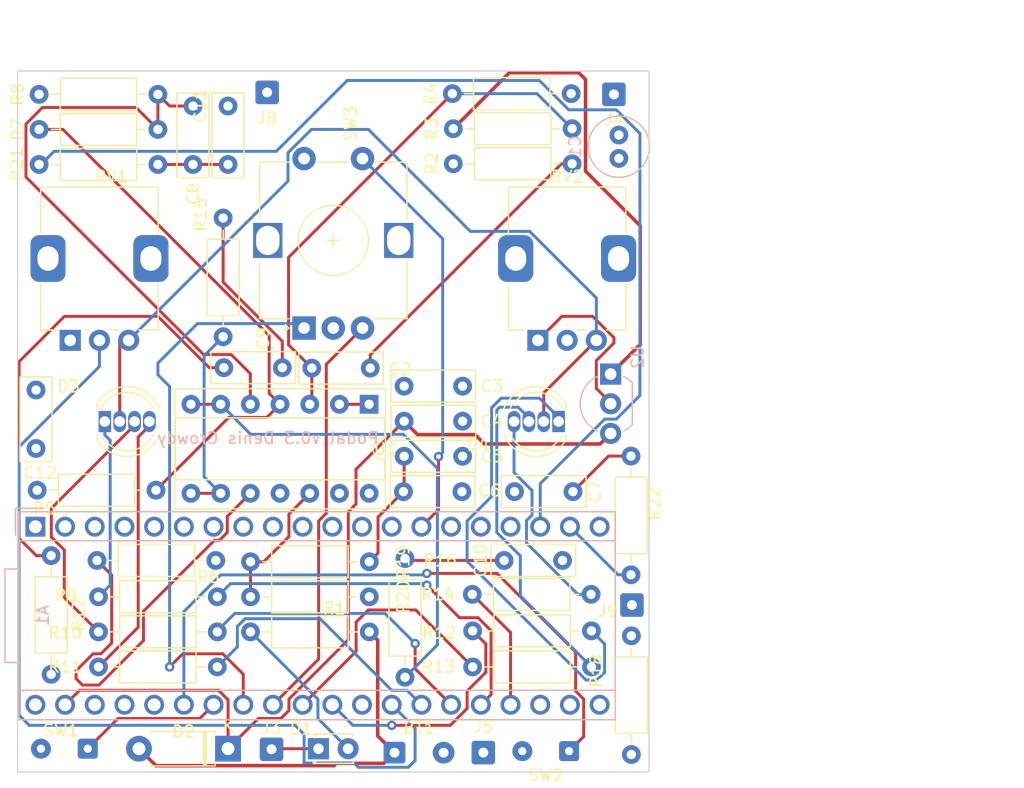
<source format=kicad_pcb>
(kicad_pcb (version 20221018) (generator pcbnew)
  (title_block (date "2024-04-25") (rev "0.3"))
  (layers (0 "F.Cu" signal) (31 "B.Cu" signal) (34 "B.Paste" user) (35 "F.Paste" user) (36 "B.SilkS" user "B.Silkscreen") (37 "F.SilkS" user "F.Silkscreen") (38 "B.Mask" user) (39 "F.Mask" user) (44 "Edge.Cuts" user))
  (net 0 "")
  (net 14 "/ENC_CLICK")
  (net 16 "/Left in")
  (net 18 "/Left out")
  (net 19 "/Right out")
  (net 20 "GND")
  (net 21 "/3v3")
  (net 22 "Net-(A1-ADC_0)")
  (net 24 "/LED_2_R")
  (net 25 "/LED_1_B")
  (net 26 "/LED_1_G")
  (net 27 "/LED_1_R")
  (net 28 "Net-(A1-ADC_6)")
  (net 30 "/LED_2_B")
  (net 31 "/LED_2_G")
  (net 32 "Net-(A1-SAI2_SD_B)")
  (net 33 "Net-(A1-SAI2_SD_A)")
  (net 34 "Net-(A1-SAI2_FS)")
  (net 35 "Net-(A1-SAI2_SCK)")
  (net 39 "/VCC")
  (net 40 "Net-(BT1-+)")
  (net 41 "+5V")
  (net 42 "Net-(J4-Pin_1)")
  (net 43 "Net-(U1A-+)")
  (net 44 "Net-(D1-K)")
  (net 45 "Net-(D1-A)")
  (net 46 "Net-(D3-RK)")
  (net 47 "Net-(D3-GK)")
  (net 48 "Net-(D3-BK)")
  (net 49 "Net-(D4-RK)")
  (net 50 "Net-(D4-GK)")
  (net 51 "Net-(D4-BK)")
  (net 52 "Net-(U1C-+)")
  (net 53 "Net-(U1B-+)")
  (net 54 "Net-(J9-Pin_1)")
  (net 55 "Net-(C9-Pad1)")
  (net 56 "Net-(C9-Pad2)")
  (net 57 "Net-(C10-Pad1)")
  (net 58 "Net-(U1C--)")
  (net 59 "Net-(U1B--)")
  (net 60 "Net-(U1D-+)")
  (net 61 "Net-(U1D--)")
  (net 62 "Net-(C12-Pad2)")
  (net 63 "Net-(C11-Pad2)")
  (footprint "Diode_THT:D_DO-41_SOD81_P7.62mm_Horizontal" (layer "F.Cu") (at 118 108 180)
    (fp_text reference "D2")
    (fp_text value "1N5819")
  )
  (footprint "LED_THT:LED_D5.0mm-4_RGB" (layer "F.Cu") (at 107.46 80)
    (fp_text reference "D3")
    (fp_text value "LED_RAGB")
  )
  (footprint "Resistor_THT:R_Axial_DIN0207_L6.3mm_D2.5mm_P10.16mm_Horizontal" (layer "F.Cu") (at 133.135033 101.885273 90)
    (fp_text reference "R16")
    (fp_text value "100R")
  )
  (footprint "Resistor_THT:R_Axial_DIN0207_L6.3mm_D2.5mm_P10.16mm_Horizontal" (layer "F.Cu") (at 138.92 101)
    (fp_text reference "R13")
    (fp_text value "1k")
  )
  (footprint "Capacitor_THT:C_Rect_L7.0mm_W2.5mm_P5.00mm" (layer "F.Cu") (at 122.641261 75.392489 180)
    (fp_text reference "C9")
    (fp_text value "1u")
  )
  (footprint "Resistor_THT:R_Axial_DIN0207_L6.3mm_D2.5mm_P10.16mm_Horizontal" (layer "F.Cu") (at 137.184369 51.938278)
    (fp_text reference "R4")
    (fp_text value "1M")
  )
  (footprint "Connector_Wire:SolderWire-0.25sqmm_1x01_D0.65mm_OD2mm" (layer "F.Cu") (at 121.343 51.832521 180)
    (fp_text reference "J8")
    (fp_text value "Right out")
  )
  (footprint "Capacitor_THT:C_Rect_L7.0mm_W2.5mm_P5.00mm" (layer "F.Cu") (at 147.5 86 180)
    (fp_text reference "C7")
    (fp_text value "1u")
  )
  (footprint "Capacitor_THT:C_Rect_L7.0mm_W2.5mm_P5.00mm" (layer "F.Cu") (at 141.609243 91.889742)
    (fp_text reference "C10")
    (fp_text value "1u")
  )
  (footprint "Resistor_THT:R_Axial_DIN0207_L6.3mm_D2.5mm_P10.16mm_Horizontal" (layer "F.Cu") (at 152.492686 98.337906 -90)
    (fp_text reference "R18")
    (fp_text value "100K")
  )
  (footprint "Resistor_THT:R_Axial_DIN0207_L6.3mm_D2.5mm_P10.16mm_Horizontal" (layer "F.Cu") (at 130.08 92 180)
    (fp_text reference "R19")
    (fp_text value "1M")
  )
  (footprint "LED_THT:LED_D1.8mm_W3.3mm_H2.4mm" (layer "F.Cu") (at 125.73 108)
    (fp_text reference "D1")
    (fp_text value "LED")
  )
  (footprint "Resistor_THT:R_Axial_DIN0207_L6.3mm_D2.5mm_P10.16mm_Horizontal" (layer "F.Cu") (at 117.08 95 180)
    (fp_text reference "R9")
    (fp_text value "1k")
  )
  (footprint "Capacitor_THT:C_Rect_L7.0mm_W2.5mm_P5.00mm" (layer "F.Cu") (at 138.059677 76.973138 180)
    (fp_text reference "C3")
    (fp_text value "100n")
  )
  (footprint "Connector_Wire:SolderWire-0.25sqmm_1x01_D0.65mm_OD2mm" (layer "F.Cu") (at 152.54492 95.704947)
    (fp_text reference "J9")
    (fp_text value "fsw pin 3")
  )
  (footprint "Connector_Wire:SolderWire-0.25sqmm_1x01_D0.65mm_OD2mm" (layer "F.Cu") (at 139.834357 108.332163)
    (fp_text reference "J5")
    (fp_text value "fsw pin 5")
  )
  (footprint "LED_THT:LED_D5.0mm-4_RGB" (layer "F.Cu") (at 146.27 80 180)
    (fp_text reference "D4")
    (fp_text value "LED_RAGB")
  )
  (footprint "Resistor_THT:R_Axial_DIN0207_L6.3mm_D2.5mm_P10.16mm_Horizontal" (layer "F.Cu") (at 152.461572 93.116935 90)
    (fp_text reference "R22")
    (fp_text value "3.3K")
  )
  (footprint "Resistor_THT:R_Axial_DIN0207_L6.3mm_D2.5mm_P10.16mm_Horizontal" (layer "F.Cu") (at 101.84 55)
    (fp_text reference "R7")
    (fp_text value "1M")
  )
  (footprint "Resistor_THT:R_Axial_DIN0207_L6.3mm_D2.5mm_P10.16mm_Horizontal" (layer "F.Cu") (at 138.887232 94.7886)
    (fp_text reference "R14")
    (fp_text value "1k")
  )
  (footprint "Potentiometer_THT:Potentiometer_Alps_RK09K_Single_Vertical" (layer "F.Cu") (at 144.5 73.05 90)
    (fp_text reference "RV2")
    (fp_text value "Knob 2")
  )
  (footprint "Resistor_THT:R_Axial_DIN0207_L6.3mm_D2.5mm_P10.16mm_Horizontal" (layer "F.Cu") (at 119.92 95)
    (fp_text reference "R20")
    (fp_text value "1M")
  )
  (footprint "Resistor_THT:R_Axial_DIN0207_L6.3mm_D2.5mm_P10.16mm_Horizontal" (layer "F.Cu") (at 137.264369 54.938278)
    (fp_text reference "R3")
    (fp_text value "1M")
  )
  (footprint "Capacitor_THT:C_Rect_L7.0mm_W2.5mm_P5.00mm" (layer "F.Cu") (at 118 53 -90)
    (fp_text reference "C11")
    (fp_text value "2.2nF")
  )
  (footprint "Resistor_THT:R_Axial_DIN0207_L6.3mm_D2.5mm_P10.16mm_Horizontal" (layer "F.Cu") (at 112 52 180)
    (fp_text reference "R8")
    (fp_text value "1M")
  )
  (footprint "Potentiometer_THT:Potentiometer_Alps_RK09K_Single_Vertical" (layer "F.Cu") (at 104.5 73.05 90)
    (fp_text reference "RV1")
    (fp_text value "Knob 1")
  )
  (footprint "Resistor_THT:R_Axial_DIN0207_L6.3mm_D2.5mm_P10.16mm_Horizontal" (layer "F.Cu") (at 138.92 97.914528)
    (fp_text reference "R12")
    (fp_text value "1k")
  )
  (footprint "Resistor_THT:R_Axial_DIN0207_L6.3mm_D2.5mm_P10.16mm_Horizontal" (layer "F.Cu") (at 117.08 98 180)
    (fp_text reference "R10")
    (fp_text value "1k")
  )
  (footprint "Connector_Wire:SolderWire-0.15sqmm_1x02_P4mm_D0.5mm_OD1.5mm" (layer "F.Cu") (at 106 108 180)
    (fp_text reference "SW1")
    (fp_text value "Switch 1")
  )
  (footprint "Resistor_THT:R_Axial_DIN0207_L6.3mm_D2.5mm_P10.16mm_Horizontal" (layer "F.Cu") (at 130.08 98 180)
    (fp_text reference "R1")
    (fp_text value "1k")
  )
  (footprint "Capacitor_THT:C_Rect_L7.0mm_W2.5mm_P5.00mm" (layer "F.Cu") (at 138 86 180)
    (fp_text reference "C6")
    (fp_text value "100n")
  )
  (footprint "Capacitor_THT:C_Rect_L7.0mm_W2.5mm_P5.00mm" (layer "F.Cu") (at 138.059677 79.973138 180)
    (fp_text reference "C4")
    (fp_text value "100n")
  )
  (footprint "Connector_Wire:SolderWire-0.25sqmm_1x01_D0.65mm_OD2mm" (layer "F.Cu") (at 151 52 180)
    (fp_text reference "J4")
    (fp_text value "fsw pin 4")
  )
  (footprint "Rotary_Encoder:RotaryEncoder_Alps_EC12E-Switch_Vertical_H20mm" (layer "F.Cu") (at 124.5 72 90)
    (fp_text reference "SW3")
    (fp_text value "RotaryEncoder_Switch")
  )
  (footprint "Capacitor_THT:C_Rect_L7.0mm_W2.5mm_P5.00mm" (layer "F.Cu") (at 101.576468 82.302941 90)
    (fp_text reference "C12")
    (fp_text value "2.2nF")
  )
  (footprint "Capacitor_THT:C_Rect_L7.0mm_W2.5mm_P5.00mm" (layer "F.Cu") (at 115 58 90)
    (fp_text reference "C8")
    (fp_text value "1u")
  )
  (footprint "Resistor_THT:R_Axial_DIN0207_L6.3mm_D2.5mm_P10.16mm_Horizontal" (layer "F.Cu") (at 147.424369 57.938278 180)
    (fp_text reference "R2")
    (fp_text value "1M")
  )
  (footprint "Resistor_THT:R_Axial_DIN0207_L6.3mm_D2.5mm_P10.16mm_Horizontal" (layer "F.Cu") (at 117.08 101 180)
    (fp_text reference "R11")
    (fp_text value "1k")
  )
  (footprint "Connector_Wire:SolderWire-0.25sqmm_1x01_D0.65mm_OD2mm" (layer "F.Cu") (at 121.717602 108.046503)
    (fp_text reference "J3")
    (fp_text value "fsw pin 2")
  )
  (footprint "Resistor_THT:R_Axial_DIN0207_L6.3mm_D2.5mm_P10.16mm_Horizontal" (layer "F.Cu") (at 111.834916 85.877458 180)
    (fp_text reference "R5")
    (fp_text value "1M")
  )
  (footprint "Connector_Wire:SolderWire-0.25sqmm_1x02_P4.2mm_D0.65mm_OD1.7mm" (layer "F.Cu") (at 132.234097 108.341084)
    (fp_text reference "BT1")
    (fp_text value "Battery_Cell")
  )
  (footprint "Resistor_THT:R_Axial_DIN0207_L6.3mm_D2.5mm_P10.16mm_Horizontal" (layer "F.Cu") (at 102.868752 91.475009 -90)
    (fp_text reference "R17")
    (fp_text value "100K")
  )
  (footprint "Resistor_THT:R_Axial_DIN0207_L6.3mm_D2.5mm_P10.16mm_Horizontal" (layer "F.Cu") (at 117.578672 72.743604 90)
    (fp_text reference "R15")
    (fp_text value "100R")
  )
  (footprint "Resistor_THT:R_Axial_DIN0207_L6.3mm_D2.5mm_P10.16mm_Horizontal" (layer "F.Cu") (at 101.84 58)
    (fp_text reference "R21")
    (fp_text value "3.3K")
  )
  (footprint "Capacitor_THT:C_Rect_L7.0mm_W2.5mm_P5.00mm" (layer "F.Cu") (at 138.059677 82.973138 180)
    (fp_text reference "C5")
    (fp_text value "100n")
  )
  (footprint "Package_DIP:DIP-14_W7.62mm_Socket" (layer "F.Cu") (at 130.066294 78.523539 -90)
    (fp_text reference "U1")
    (fp_text value "TL074")
  )
  (footprint "Capacitor_THT:C_Rect_L7.0mm_W2.5mm_P5.00mm" (layer "F.Cu") (at 130.162851 75.428426 180)
    (fp_text reference "C2")
    (fp_text value "1u")
  )
  (footprint "Connector_Wire:SolderWire-0.15sqmm_1x02_P4mm_D0.5mm_OD1.5mm" (layer "F.Cu") (at 147.168626 108.207141 180)
    (fp_text reference "SW2")
    (fp_text value "Switch 2")
  )
  (footprint "Resistor_THT:R_Axial_DIN0207_L6.3mm_D2.5mm_P10.16mm_Horizontal" (layer "F.Cu") (at 106.7925 91.889742)
    (fp_text reference "R6")
    (fp_text value "1M")
  )
  (footprint "Capacitor_THT:C_Radial_D5.0mm_H11.0mm_P2.00mm" (layer "B.Cu") (at 151.425383 55.48102 -90)
    (fp_text reference "C1")
    (fp_text value "100u")
  )
  (footprint "Module:Electrosmith_Daisy_Seed" (layer "B.Cu") (at 101.52 89 -90)
    (fp_text reference "A1")
    (fp_text value "Electrosmith_Daisy_Seed_Rev4")
  )
  (footprint "Package_TO_SOT_THT:TO-92_Inline_Wide_78L05_dc" (layer "B.Cu") (at 150.720433 75.940131 -90)
    (fp_text reference "U2")
    (fp_text value "L78L05_TO92")
  )
  (gr_rect (start 100 50) (end 154 110) (stroke (width 0.1)) (fill none) (layer "Edge.Cuts"))
  (gr_text "Podal v0.3 Denis Crowdy" (at 131 82) (layer "B.SilkS") (effects (font (size 1 1)) (justify left bottom mirror)))
  (segment (start 136 83) (end 136 87.54) (width 0.25) (layer "F.Cu") (net 14))
  (segment (start 136 87.54) (end 134.54 89) (width 0.25) (layer "F.Cu") (net 14))
  (via (at 136 83) (size 0.8) (drill 0.4) (layers "F.Cu" "B.Cu") (net 14))
  (segment (start 129.5 57.5) (end 136.355 64.355) (width 0.25) (layer "B.Cu") (net 14))
  (segment (start 136.355 82.645) (end 136 83) (width 0.25) (layer "B.Cu") (net 14))
  (segment (start 136.355 64.355) (end 136.355 82.645) (width 0.25) (layer "B.Cu") (net 14))
  (segment (start 130.066294 78.523539) (end 127.526294 78.523539) (width 0.25) (layer "F.Cu") (net 16))
  (segment (start 151.2 53.325) (end 153.225 55.35) (width 0.25) (layer "B.Cu") (net 18))
  (segment (start 102 58) (end 103.125 56.875) (width 0.25) (layer "B.Cu") (net 18))
  (segment (start 153.225 55.35) (end 153.225 77.775) (width 0.25) (layer "B.Cu") (net 18))
  (segment (start 144.628378 50.813278) (end 147.1401 53.325) (width 0.25) (layer "B.Cu") (net 18))
  (segment (start 150.213021 79.795131) (end 144.7 85.308152) (width 0.25) (layer "B.Cu") (net 18))
  (segment (start 128.186722 50.813278) (end 144.628378 50.813278) (width 0.25) (layer "B.Cu") (net 18))
  (segment (start 153.225 77.775) (end 151.204869 79.795131) (width 0.25) (layer "B.Cu") (net 18))
  (segment (start 144.7 85.308152) (end 144.7 89) (width 0.25) (layer "B.Cu") (net 18))
  (segment (start 122.125 56.875) (end 128.186722 50.813278) (width 0.25) (layer "B.Cu") (net 18))
  (segment (start 151.204869 79.795131) (end 150.213021 79.795131) (width 0.25) (layer "B.Cu") (net 18))
  (segment (start 147.1401 53.325) (end 151.2 53.325) (width 0.25) (layer "B.Cu") (net 18))
  (segment (start 103.125 56.875) (end 122.125 56.875) (width 0.25) (layer "B.Cu") (net 18))
  (segment (start 101.84 58) (end 102 58) (width 0.25) (layer "B.Cu") (net 18))
  (segment (start 151.356935 93.116935) (end 147.24 89) (width 0.25) (layer "B.Cu") (net 19))
  (segment (start 152.461572 93.116935) (end 151.356935 93.116935) (width 0.25) (layer "B.Cu") (net 19))
  (segment (start 149.495433 77.165131) (end 149.495433 74.786979) (width 0.25) (layer "F.Cu") (net 20))
  (segment (start 150.720433 78.390131) (end 149.495433 77.165131) (width 0.25) (layer "F.Cu") (net 20))
  (segment (start 149.182412 71) (end 146.55 71) (width 0.25) (layer "F.Cu") (net 20))
  (segment (start 151 73.282412) (end 151 72.817588) (width 0.25) (layer "F.Cu") (net 20))
  (segment (start 149.495433 74.786979) (end 151 73.282412) (width 0.25) (layer "F.Cu") (net 20))
  (segment (start 150.720433 78.480131) (end 150.720433 78.390131) (width 0.25) (layer "F.Cu") (net 20))
  (segment (start 146.55 71) (end 144.5 73.05) (width 0.25) (layer "F.Cu") (net 20))
  (segment (start 151 72.817588) (end 149.182412 71) (width 0.25) (layer "F.Cu") (net 20))
  (segment (start 109.5 73.05) (end 109.05 73.05) (width 0.25) (layer "F.Cu") (net 21))
  (segment (start 145 77.55) (end 145 80) (width 0.25) (layer "F.Cu") (net 21))
  (segment (start 149.5 73.05) (end 145 77.55) (width 0.25) (layer "F.Cu") (net 21))
  (segment (start 109.05 73.05) (end 109 73) (width 0.25) (layer "F.Cu") (net 21))
  (segment (start 109 73) (end 108.73 73.27) (width 0.25) (layer "F.Cu") (net 21))
  (segment (start 108.73 73.27) (end 108.73 80) (width 0.25) (layer "F.Cu") (net 21))
  (segment (start 138.725 63.725) (end 143.795282 63.725) (width 0.25) (layer "B.Cu") (net 21))
  (segment (start 123.126167 59.423833) (end 123.126167 57) (width 0.25) (layer "B.Cu") (net 21))
  (segment (start 125.126167 55) (end 130 55) (width 0.25) (layer "B.Cu") (net 21))
  (segment (start 130 55) (end 138.725 63.725) (width 0.25) (layer "B.Cu") (net 21))
  (segment (start 149.5 69.429718) (end 149.5 73.05) (width 0.25) (layer "B.Cu") (net 21))
  (segment (start 109.5 73.05) (end 123.126167 59.423833) (width 0.25) (layer "B.Cu") (net 21))
  (segment (start 123.126167 57) (end 125.126167 55) (width 0.25) (layer "B.Cu") (net 21))
  (segment (start 143.795282 63.725) (end 149.5 69.429718) (width 0.25) (layer "B.Cu") (net 21))
  (segment (start 142.16 98.061368) (end 142.16 104.24) (width 0.25) (layer "F.Cu") (net 24))
  (segment (start 138.887232 94.7886) (end 142.16 98.061368) (width 0.25) (layer "F.Cu") (net 24))
  (segment (start 137.789528 96.789528) (end 139.385991 96.789528) (width 0.25) (layer "F.Cu") (net 25))
  (segment (start 140.495 97.898537) (end 140.495 103.365) (width 0.25) (layer "F.Cu") (net 25))
  (segment (start 139.385991 96.789528) (end 140.495 97.898537) (width 0.25) (layer "F.Cu") (net 25))
  (segment (start 140.495 103.365) (end 139.62 104.24) (width 0.25) (layer "F.Cu") (net 25))
  (segment (start 135 94) (end 137.789528 96.789528) (width 0.25) (layer "F.Cu") (net 25))
  (via (at 135 94) (size 0.8) (drill 0.4) (layers "F.Cu" "B.Cu") (net 25))
  (segment (start 118.205 93.875) (end 134.875 93.875) (width 0.25) (layer "B.Cu") (net 25))
  (segment (start 117.08 95) (end 118.205 93.875) (width 0.25) (layer "B.Cu") (net 25))
  (segment (start 134.875 93.875) (end 135 94) (width 0.25) (layer "B.Cu") (net 25))
  (segment (start 134 101.16) (end 137.08 104.24) (width 0.25) (layer "F.Cu") (net 26))
  (segment (start 134 99) (end 134 101.16) (width 0.25) (layer "F.Cu") (net 26))
  (via (at 134 99) (size 0.8) (drill 0.4) (layers "F.Cu" "B.Cu") (net 26))
  (segment (start 117.08 98) (end 117 98) (width 0.25) (layer "B.Cu") (net 26))
  (segment (start 131.425 96.425) (end 134 99) (width 0.25) (layer "B.Cu") (net 26))
  (segment (start 118.575 96.425) (end 131.425 96.425) (width 0.25) (layer "B.Cu") (net 26))
  (segment (start 117 98) (end 118.575 96.425) (width 0.25) (layer "B.Cu") (net 26))
  (segment (start 133.310273 103.010273) (end 134.54 104.24) (width 0.25) (layer "B.Cu") (net 27))
  (segment (start 132.010273 103.010273) (end 133.310273 103.010273) (width 0.25) (layer "B.Cu") (net 27))
  (segment (start 125.875 96.875) (end 132.010273 103.010273) (width 0.25) (layer "B.Cu") (net 27))
  (segment (start 118.795 99.285) (end 118.795 97.534009) (width 0.25) (layer "B.Cu") (net 27))
  (segment (start 118.795 97.534009) (end 119.454009 96.875) (width 0.25) (layer "B.Cu") (net 27))
  (segment (start 117.08 101) (end 118.795 99.285) (width 0.25) (layer "B.Cu") (net 27))
  (segment (start 119.454009 96.875) (end 125.875 96.875) (width 0.25) (layer "B.Cu") (net 27))
  (segment (start 101 106) (end 123.73 106) (width 0.25) (layer "B.Cu") (net 28))
  (segment (start 133.408916 109.591084) (end 134 109) (width 0.25) (layer "B.Cu") (net 28))
  (segment (start 100.125 105.125) (end 101 106) (width 0.25) (layer "B.Cu") (net 28))
  (segment (start 134 106.24) (end 132 104.24) (width 0.25) (layer "B.Cu") (net 28))
  (segment (start 107 73.05) (end 107 75.288418) (width 0.25) (layer "B.Cu") (net 28))
  (segment (start 128.777412 109.225) (end 128.777412 109.222588) (width 0.25) (layer "B.Cu") (net 28))
  (segment (start 129.143496 109.591084) (end 133.408916 109.591084) (width 0.25) (layer "B.Cu") (net 28))
  (segment (start 124.505 106.775) (end 124.505 109.225) (width 0.25) (layer "B.Cu") (net 28))
  (segment (start 123.73 106) (end 124.505 106.775) (width 0.25) (layer "B.Cu") (net 28))
  (segment (start 134 109) (end 134 106.24) (width 0.25) (layer "B.Cu") (net 28))
  (segment (start 124.505 109.225) (end 128.777412 109.225) (width 0.25) (layer "B.Cu") (net 28))
  (segment (start 128.777412 109.225) (end 129.143496 109.591084) (width 0.25) (layer "B.Cu") (net 28))
  (segment (start 107 75.288418) (end 100.125 82.163418) (width 0.25) (layer "B.Cu") (net 28))
  (segment (start 100.125 82.163418) (end 100.125 105.125) (width 0.25) (layer "B.Cu") (net 28))
  (segment (start 140.045 99.039528) (end 138.92 97.914528) (width 0.25) (layer "F.Cu") (net 30))
  (segment (start 137 106) (end 138.445 104.555) (width 0.25) (layer "F.Cu") (net 30))
  (segment (start 138.445 104.555) (end 138.445 103.065991) (width 0.25) (layer "F.Cu") (net 30))
  (segment (start 138.445 103.065991) (end 140.045 101.465991) (width 0.25) (layer "F.Cu") (net 30))
  (segment (start 132 106) (end 137 106) (width 0.25) (layer "F.Cu") (net 30))
  (segment (start 140.045 101.465991) (end 140.045 99.039528) (width 0.25) (layer "F.Cu") (net 30))
  (via (at 132 106) (size 0.8) (drill 0.4) (layers "F.Cu" "B.Cu") (net 30))
  (segment (start 126.92 104.24) (end 128.68 106) (width 0.25) (layer "B.Cu") (net 30))
  (segment (start 128.68 106) (end 132 106) (width 0.25) (layer "B.Cu") (net 30))
  (segment (start 128.955 99.665) (end 124.38 104.24) (width 0.25) (layer "F.Cu") (net 31))
  (segment (start 134.045 96.125) (end 130 96.125) (width 0.25) (layer "F.Cu") (net 31))
  (segment (start 130 96.125) (end 128.955 97.17) (width 0.25) (layer "F.Cu") (net 31))
  (segment (start 138.92 101) (end 134.045 96.125) (width 0.25) (layer "F.Cu") (net 31))
  (segment (start 128.955 97.17) (end 128.955 99.665) (width 0.25) (layer "F.Cu") (net 31))
  (segment (start 125.745 100.335) (end 121.84 104.24) (width 0.25) (layer "F.Cu") (net 32))
  (segment (start 126.401294 87.857005) (end 125.745 88.513299) (width 0.25) (layer "F.Cu") (net 32))
  (segment (start 126.401294 75.098706) (end 126.401294 87.857005) (width 0.25) (layer "F.Cu") (net 32))
  (segment (start 129.5 72) (end 126.401294 75.098706) (width 0.25) (layer "F.Cu") (net 32))
  (segment (start 125.745 88.513299) (end 125.745 100.335) (width 0.25) (layer "F.Cu") (net 32))
  (segment (start 119.3 101.629009) (end 119.3 104.24) (width 0.25) (layer "F.Cu") (net 33))
  (segment (start 113 101) (end 114.125 99.875) (width 0.25) (layer "F.Cu") (net 33))
  (segment (start 114.125 99.875) (end 117.545991 99.875) (width 0.25) (layer "F.Cu") (net 33))
  (segment (start 117.545991 99.875) (end 119.3 101.629009) (width 0.25) (layer "F.Cu") (net 33))
  (via (at 113 101) (size 0.8) (drill 0.4) (layers "F.Cu" "B.Cu") (net 33))
  (segment (start 112 75) (end 112 76) (width 0.25) (layer "B.Cu") (net 33))
  (segment (start 115.381396 71.618604) (end 112 75) (width 0.25) (layer "B.Cu") (net 33))
  (segment (start 124.118604 71.618604) (end 115.381396 71.618604) (width 0.25) (layer "B.Cu") (net 33))
  (segment (start 124.5 72) (end 124.118604 71.618604) (width 0.25) (layer "B.Cu") (net 33))
  (segment (start 113 77) (end 113 101) (width 0.25) (layer "B.Cu") (net 33))
  (segment (start 124.5 72) (end 123.861294 72.638706) (width 0.25) (layer "B.Cu") (net 33))
  (segment (start 112 76) (end 113 77) (width 0.25) (layer "B.Cu") (net 33))
  (segment (start 115.585 105.415) (end 116.76 104.24) (width 0.25) (layer "F.Cu") (net 34))
  (segment (start 106 108) (end 108.585 105.415) (width 0.25) (layer "F.Cu") (net 34))
  (segment (start 108.585 105.415) (end 115.585 105.415) (width 0.25) (layer "F.Cu") (net 34))
  (segment (start 135 93) (end 141 93) (width 0.25) (layer "F.Cu") (net 35))
  (segment (start 147.726701 99.726701) (end 147.726701 103.065) (width 0.25) (layer "F.Cu") (net 35))
  (segment (start 148.415 106.960767) (end 147.168626 108.207141) (width 0.25) (layer "F.Cu") (net 35))
  (segment (start 147.726701 103.065) (end 148.415 103.753299) (width 0.25) (layer "F.Cu") (net 35))
  (segment (start 141 93) (end 147.726701 99.726701) (width 0.25) (layer "F.Cu") (net 35))
  (segment (start 148.415 103.753299) (end 148.415 106.960767) (width 0.25) (layer "F.Cu") (net 35))
  (via (at 135 93) (size 0.8) (drill 0.4) (layers "F.Cu" "B.Cu") (net 35))
  (segment (start 114.22 96.269009) (end 117.364009 93.125) (width 0.25) (layer "B.Cu") (net 35))
  (segment (start 134.875 93.125) (end 135 93) (width 0.25) (layer "B.Cu") (net 35))
  (segment (start 117.364009 93.125) (end 134.875 93.125) (width 0.25) (layer "B.Cu") (net 35))
  (segment (start 114.22 104.24) (end 114.22 96.269009) (width 0.25) (layer "B.Cu") (net 35))
  (segment (start 128.941294 86.31953) (end 128.941294 84.091521) (width 0.25) (layer "F.Cu") (net 39))
  (segment (start 123.205 104.726701) (end 123.205 103.753299) (width 0.25) (layer "F.Cu") (net 39))
  (segment (start 118 103.818299) (end 118 108) (width 0.25) (layer "F.Cu") (net 39))
  (segment (start 128.285 98.673299) (end 128.285 87.715) (width 0.25) (layer "F.Cu") (net 39))
  (segment (start 120.585 105.415) (end 122.516701 105.415) (width 0.25) (layer "F.Cu") (net 39))
  (segment (start 150.720433 81.020131) (end 149.820433 81.920131) (width 0.3) (layer "F.Cu") (net 39))
  (segment (start 122.516701 105.415) (end 123.205 104.726701) (width 0.25) (layer "F.Cu") (net 39))
  (segment (start 105.3 103) (end 117.181701 103) (width 0.25) (layer "F.Cu") (net 39))
  (segment (start 128.941294 87.058706) (end 128.941294 84.091521) (width 0.25) (layer "F.Cu") (net 39))
  (segment (start 117.181701 103) (end 118 103.818299) (width 0.25) (layer "F.Cu") (net 39))
  (segment (start 128.285 87.715) (end 128.941294 87.058706) (width 0.25) (layer "F.Cu") (net 39))
  (segment (start 118 108) (end 120.585 105.415) (width 0.25) (layer "F.Cu") (net 39))
  (segment (start 104.06 104.24) (end 105.3 103) (width 0.25) (layer "F.Cu") (net 39))
  (segment (start 128.941294 84.091521) (end 133.059677 79.973138) (width 0.25) (layer "F.Cu") (net 39))
  (segment (start 139.123138 81.123138) (end 134.209677 81.123138) (width 0.3) (layer "F.Cu") (net 39))
  (segment (start 139.920131 81.920131) (end 139.123138 81.123138) (width 0.3) (layer "F.Cu") (net 39))
  (segment (start 123.205 103.753299) (end 128.285 98.673299) (width 0.25) (layer "F.Cu") (net 39))
  (segment (start 149.820433 81.920131) (end 139.920131 81.920131) (width 0.3) (layer "F.Cu") (net 39))
  (segment (start 134.209677 81.123138) (end 133.059677 79.973138) (width 0.3) (layer "F.Cu") (net 39))
  (segment (start 111.83 109.45) (end 110.38 108) (width 0.3) (layer "F.Cu") (net 40))
  (segment (start 127.05 109.45) (end 111.83 109.45) (width 0.3) (layer "F.Cu") (net 40))
  (segment (start 130.8 106.906987) (end 130.8 98.72) (width 0.3) (layer "F.Cu") (net 40))
  (segment (start 127.25 109.25) (end 127.05 109.45) (width 0.3) (layer "F.Cu") (net 40))
  (segment (start 130.8 98.72) (end 130.08 98) (width 0.3) (layer "F.Cu") (net 40))
  (segment (start 131.325181 109.25) (end 127.25 109.25) (width 0.3) (layer "F.Cu") (net 40))
  (segment (start 132.234097 108.341084) (end 131.325181 109.25) (width 0.3) (layer "F.Cu") (net 40))
  (segment (start 132.234097 108.341084) (end 130.8 106.906987) (width 0.3) (layer "F.Cu") (net 40))
  (segment (start 142.052647 50.15) (end 137.264369 54.938278) (width 0.3) (layer "F.Cu") (net 41))
  (segment (start 133 86) (end 130.825 88.175) (width 0.25) (layer "F.Cu") (net 41))
  (segment (start 130.825 91.255) (end 130.08 92) (width 0.25) (layer "F.Cu") (net 41))
  (segment (start 122.446294 78.523539) (end 121.321294 79.648539) (width 0.25) (layer "F.Cu") (net 41))
  (segment (start 121.321294 79.648539) (end 118.063835 79.648539) (width 0.25) (layer "F.Cu") (net 41))
  (segment (start 133.059677 85.940323) (end 133 86) (width 0.25) (layer "F.Cu") (net 41))
  (segment (start 153.25 63.25) (end 148.574369 58.574369) (width 0.3) (layer "F.Cu") (net 41))
  (segment (start 130.825 88.175) (end 130.825 91.255) (width 0.25) (layer "F.Cu") (net 41))
  (segment (start 148.574369 50.724369) (end 148 50.15) (width 0.3) (layer "F.Cu") (net 41))
  (segment (start 153.25 73.410564) (end 153.25 63.25) (width 0.3) (layer "F.Cu") (net 41))
  (segment (start 121.516261 77.593506) (end 122.446294 78.523539) (width 0.25) (layer "F.Cu") (net 41))
  (segment (start 118.063835 79.648539) (end 111.834916 85.877458) (width 0.25) (layer "F.Cu") (net 41))
  (segment (start 101.84 55) (end 103.870282 55) (width 0.25) (layer "F.Cu") (net 41))
  (segment (start 133.059677 82.973138) (end 133.059677 85.940323) (width 0.25) (layer "F.Cu") (net 41))
  (segment (start 103.870282 55) (end 121.516261 72.645979) (width 0.25) (layer "F.Cu") (net 41))
  (segment (start 148 50.15) (end 142.052647 50.15) (width 0.3) (layer "F.Cu") (net 41))
  (segment (start 148.574369 58.574369) (end 148.574369 50.724369) (width 0.3) (layer "F.Cu") (net 41))
  (segment (start 150.720433 75.940131) (end 153.25 73.410564) (width 0.3) (layer "F.Cu") (net 41))
  (segment (start 121.516261 72.645979) (end 121.516261 77.593506) (width 0.25) (layer "F.Cu") (net 41))
  (segment (start 146.521629 57.938278) (end 147.424369 57.938278) (width 0.25) (layer "F.Cu") (net 42))
  (segment (start 130.162851 74.297056) (end 146.521629 57.938278) (width 0.25) (layer "F.Cu") (net 42))
  (segment (start 130.162851 75.428426) (end 130.162851 74.297056) (width 0.25) (layer "F.Cu") (net 42))
  (segment (start 123.175 73.440575) (end 123.175 65.947647) (width 0.25) (layer "F.Cu") (net 43))
  (segment (start 125.162851 75.428426) (end 125.162851 78.346982) (width 0.25) (layer "F.Cu") (net 43))
  (segment (start 125.162851 78.346982) (end 124.986294 78.523539) (width 0.25) (layer "F.Cu") (net 43))
  (segment (start 123.175 65.947647) (end 137.184369 51.938278) (width 0.25) (layer "F.Cu") (net 43))
  (segment (start 125.162851 75.428426) (end 123.175 73.440575) (width 0.25) (layer "F.Cu") (net 43))
  (segment (start 144.424369 51.938278) (end 147.424369 54.938278) (width 0.25) (layer "B.Cu") (net 43))
  (segment (start 137.184369 51.938278) (end 144.424369 51.938278) (width 0.25) (layer "B.Cu") (net 43))
  (segment (start 125.73 108) (end 121.764105 108) (width 0.25) (layer "F.Cu") (net 44))
  (segment (start 121.764105 108) (end 121.717602 108.046503) (width 0.25) (layer "F.Cu") (net 44))
  (segment (start 125.685 103.765) (end 119.92 98) (width 0.25) (layer "B.Cu") (net 45))
  (segment (start 125.685 105.415) (end 125.685 103.765) (width 0.25) (layer "B.Cu") (net 45))
  (segment (start 128.27 108) (end 125.685 105.415) (width 0.25) (layer "B.Cu") (net 45))
  (segment (start 107.9175 81.6075) (end 107.46 81.15) (width 0.25) (layer "B.Cu") (net 46))
  (segment (start 107.9175 94.0025) (end 107.9175 81.6075) (width 0.25) (layer "B.Cu") (net 46))
  (segment (start 106.92 95) (end 107.9175 94.0025) (width 0.25) (layer "B.Cu") (net 46))
  (segment (start 107.46 81.15) (end 107.46 80) (width 0.25) (layer "B.Cu") (net 46))
  (segment (start 110 80.311224) (end 110 80) (width 0.25) (layer "F.Cu") (net 47))
  (segment (start 102.885 89.885) (end 102.885 87.426224) (width 0.25) (layer "F.Cu") (net 47))
  (segment (start 103.993752 95.073752) (end 103.993752 90.993752) (width 0.25) (layer "F.Cu") (net 47))
  (segment (start 103.993752 90.993752) (end 102.885 89.885) (width 0.25) (layer "F.Cu") (net 47))
  (segment (start 106.92 98) (end 103.993752 95.073752) (width 0.25) (layer "F.Cu") (net 47))
  (segment (start 102.885 87.426224) (end 110 80.311224) (width 0.25) (layer "F.Cu") (net 47))
  (segment (start 106.92 101) (end 110.315 97.605) (width 0.25) (layer "F.Cu") (net 48))
  (segment (start 111.27 80.365) (end 111.27 80) (width 0.25) (layer "F.Cu") (net 48))
  (segment (start 110.315 97.605) (end 110.315 81.32) (width 0.25) (layer "F.Cu") (net 48))
  (segment (start 110.315 81.32) (end 111.27 80.365) (width 0.25) (layer "F.Cu") (net 48))
  (segment (start 149.545991 102.125) (end 148.614009 102.125) (width 0.25) (layer "B.Cu") (net 49))
  (segment (start 148.614009 102.125) (end 138.445 91.955991) (width 0.25) (layer "B.Cu") (net 49))
  (segment (start 140.535 86.423299) (end 140.535 78.828604) (width 0.25) (layer "B.Cu") (net 49))
  (segment (start 150.205 99.039528) (end 150.205 101.465991) (width 0.25) (layer "B.Cu") (net 49))
  (segment (start 138.445 91.955991) (end 138.445 88.513299) (width 0.25) (layer "B.Cu") (net 49))
  (segment (start 144.635 78) (end 146.27 79.635) (width 0.25) (layer "B.Cu") (net 49))
  (segment (start 138.445 88.513299) (end 140.535 86.423299) (width 0.25) (layer "B.Cu") (net 49))
  (segment (start 146.27 79.635) (end 146.27 80) (width 0.25) (layer "B.Cu") (net 49))
  (segment (start 149.08 97.914528) (end 150.205 99.039528) (width 0.25) (layer "B.Cu") (net 49))
  (segment (start 140.535 78.828604) (end 141.363604 78) (width 0.25) (layer "B.Cu") (net 49))
  (segment (start 150.205 101.465991) (end 149.545991 102.125) (width 0.25) (layer "B.Cu") (net 49))
  (segment (start 141.363604 78) (end 144.635 78) (width 0.25) (layer "B.Cu") (net 49))
  (segment (start 143.73 79.688776) (end 143.73 80) (width 0.25) (layer "B.Cu") (net 50))
  (segment (start 141.225 78.775) (end 142.816224 78.775) (width 0.25) (layer "B.Cu") (net 50))
  (segment (start 142.816224 78.775) (end 143.73 79.688776) (width 0.25) (layer "B.Cu") (net 50))
  (segment (start 149.08 101) (end 143 94.92) (width 0.25) (layer "B.Cu") (net 50))
  (segment (start 143 94.92) (end 143 91.501701) (width 0.25) (layer "B.Cu") (net 50))
  (segment (start 143 91.501701) (end 140.985 89.486701) (width 0.25) (layer "B.Cu") (net 50))
  (segment (start 140.985 79.015) (end 141.225 78.775) (width 0.25) (layer "B.Cu") (net 50))
  (segment (start 140.985 89.486701) (end 140.985 79.015) (width 0.25) (layer "B.Cu") (net 50))
  (segment (start 143.525 90.397738) (end 147.915862 94.7886) (width 0.25) (layer "B.Cu") (net 51))
  (segment (start 142.46 80) (end 142.46 84.369009) (width 0.25) (layer "B.Cu") (net 51))
  (segment (start 147.915862 94.7886) (end 149.047232 94.7886) (width 0.25) (layer "B.Cu") (net 51))
  (segment (start 143.525 88.475) (end 143.525 90.397738) (width 0.25) (layer "B.Cu") (net 51))
  (segment (start 144 88) (end 143.525 88.475) (width 0.25) (layer "B.Cu") (net 51))
  (segment (start 142.46 84.369009) (end 144 85.909009) (width 0.25) (layer "B.Cu") (net 51))
  (segment (start 144 85.909009) (end 144 88) (width 0.25) (layer "B.Cu") (net 51))
  (segment (start 106.960991 102.55) (end 105.55 102.55) (width 0.25) (layer "F.Cu") (net 52))
  (segment (start 108.045 93.142242) (end 106.7925 91.889742) (width 0.25) (layer "F.Cu") (net 52))
  (segment (start 106.454009 99.875) (end 107.125 99.875) (width 0.25) (layer "F.Cu") (net 52))
  (segment (start 108.045 98.955) (end 108.045 93.142242) (width 0.25) (layer "F.Cu") (net 52))
  (segment (start 107.125 99.875) (end 108.045 98.955) (width 0.25) (layer "F.Cu") (net 52))
  (segment (start 117.935 88.114833) (end 117.935 89.486701) (width 0.25) (layer "F.Cu") (net 52))
  (segment (start 142.5 86) (end 143 86) (width 0.25) (layer "F.Cu") (net 52))
  (segment (start 117.246701 90.175) (end 116.825 90.175) (width 0.25) (layer "F.Cu") (net 52))
  (segment (start 110.765 98.745991) (end 106.960991 102.55) (width 0.25) (layer "F.Cu") (net 52))
  (segment (start 105.55 102.55) (end 105 102) (width 0.25) (layer "F.Cu") (net 52))
  (segment (start 110.765 96.235) (end 110.765 98.745991) (width 0.25) (layer "F.Cu") (net 52))
  (segment (start 105 102) (end 105 101.329009) (width 0.25) (layer "F.Cu") (net 52))
  (segment (start 116.825 90.175) (end 110.765 96.235) (width 0.25) (layer "F.Cu") (net 52))
  (segment (start 117.935 89.486701) (end 117.246701 90.175) (width 0.25) (layer "F.Cu") (net 52))
  (segment (start 105 101.329009) (end 106.454009 99.875) (width 0.25) (layer "F.Cu") (net 52))
  (segment (start 119.906294 86.143539) (end 117.935 88.114833) (width 0.25) (layer "F.Cu") (net 52))
  (segment (start 112 52) (end 112 55) (width 0.25) (layer "F.Cu") (net 53))
  (segment (start 119.906294 75.906294) (end 119.906294 78.523539) (width 0.25) (layer "F.Cu") (net 53))
  (segment (start 100.715 54.535) (end 100.715 59.078604) (width 0.25) (layer "F.Cu") (net 53))
  (segment (start 113 53) (end 112 52) (width 0.25) (layer "F.Cu") (net 53))
  (segment (start 102.125 53.125) (end 100.715 54.535) (width 0.25) (layer "F.Cu") (net 53))
  (segment (start 100.715 59.078604) (end 115.903885 74.267489) (width 0.25) (layer "F.Cu") (net 53))
  (segment (start 115.903885 74.267489) (end 118.267489 74.267489) (width 0.25) (layer "F.Cu") (net 53))
  (segment (start 110.125 53.125) (end 102.125 53.125) (width 0.25) (layer "F.Cu") (net 53))
  (segment (start 118.267489 74.267489) (end 119.906294 75.906294) (width 0.25) (layer "F.Cu") (net 53))
  (segment (start 115 53) (end 113 53) (width 0.25) (layer "F.Cu") (net 53))
  (segment (start 112 55) (end 110.125 53.125) (width 0.25) (layer "F.Cu") (net 53))
  (segment (start 122.641261 73.134583) (end 122.641261 75.392489) (width 0.25) (layer "F.Cu") (net 55))
  (segment (start 117.578672 62.583604) (end 117.578672 68.071994) (width 0.25) (layer "F.Cu") (net 55))
  (segment (start 117.578672 68.071994) (end 122.641261 73.134583) (width 0.25) (layer "F.Cu") (net 55))
  (segment (start 101.600009 91.475009) (end 102.868752 91.475009) (width 0.25) (layer "F.Cu") (net 56))
  (segment (start 112 71) (end 104 71) (width 0.25) (layer "F.Cu") (net 56))
  (segment (start 100.125 90) (end 101.600009 91.475009) (width 0.25) (layer "F.Cu") (net 56))
  (segment (start 117.641261 75.392489) (end 116.392489 75.392489) (width 0.25) (layer "F.Cu") (net 56))
  (segment (start 100.125 74.875) (end 100.125 90) (width 0.25) (layer "F.Cu") (net 56))
  (segment (start 104 71) (end 100.125 74.875) (width 0.25) (layer "F.Cu") (net 56))
  (segment (start 116.392489 75.392489) (end 112 71) (width 0.25) (layer "F.Cu") (net 56))
  (segment (start 141.609243 91.889742) (end 133.299502 91.889742) (width 0.25) (layer "F.Cu") (net 57))
  (segment (start 133.299502 91.889742) (end 133.135033 91.725273) (width 0.25) (layer "F.Cu") (net 57))
  (segment (start 117.366294 86.143539) (end 114.826294 86.143539) (width 0.25) (layer "F.Cu") (net 58))
  (segment (start 117.366294 86.143539) (end 115.951294 84.728539) (width 0.25) (layer "B.Cu") (net 58))
  (segment (start 115.951294 74.370982) (end 117.578672 72.743604) (width 0.25) (layer "B.Cu") (net 58))
  (segment (start 115.951294 84.728539) (end 115.951294 74.370982) (width 0.25) (layer "B.Cu") (net 58))
  (segment (start 117.366294 78.523539) (end 114.826294 78.523539) (width 0.25) (layer "F.Cu") (net 59))
  (segment (start 119.940893 81.098138) (end 117.366294 78.523539) (width 0.25) (layer "B.Cu") (net 59))
  (segment (start 133 81.098138) (end 119.940893 81.098138) (width 0.25) (layer "B.Cu") (net 59))
  (segment (start 133.135033 101.885273) (end 135.905 99.115306) (width 0.25) (layer "B.Cu") (net 59))
  (segment (start 135.905 84.003138) (end 133 81.098138) (width 0.25) (layer "B.Cu") (net 59))
  (segment (start 135.905 99.115306) (end 135.905 84.003138) (width 0.25) (layer "B.Cu") (net 59))
  (segment (start 119.92 94.92) (end 119.92 92) (width 0.25) (layer "F.Cu") (net 60))
  (segment (start 123.205 87.924833) (end 124.986294 86.143539) (width 0.25) (layer "F.Cu") (net 60))
  (segment (start 121.05137 92) (end 123.205 89.84637) (width 0.25) (layer "F.Cu") (net 60))
  (segment (start 119.92 92) (end 121.05137 92) (width 0.25) (layer "F.Cu") (net 60))
  (segment (start 123.205 89.84637) (end 123.205 87.924833) (width 0.25) (layer "F.Cu") (net 60))
  (segment (start 119.92 95) (end 120 95) (width 0.25) (layer "F.Cu") (net 60))
  (segment (start 120 95) (end 119.92 94.92) (width 0.25) (layer "F.Cu") (net 60))
  (segment (start 150.543065 82.956935) (end 147.5 86) (width 0.25) (layer "F.Cu") (net 62))
  (segment (start 152.461572 82.956935) (end 150.543065 82.956935) (width 0.25) (layer "F.Cu") (net 62))
  (segment (start 115 58) (end 118 58) (width 0.25) (layer "F.Cu") (net 63))
  (segment (start 112 58) (end 115 58) (width 0.25) (layer "F.Cu") (net 63))
)
</source>
